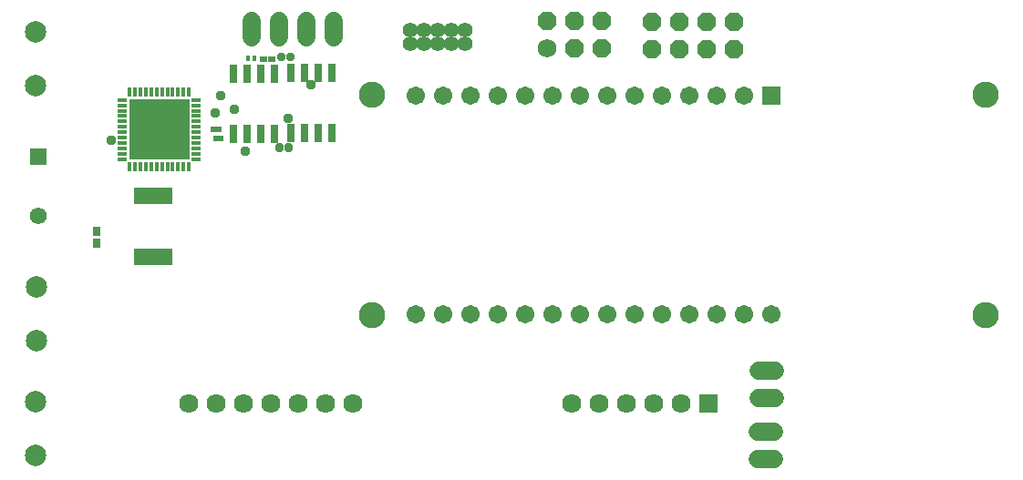
<source format=gbr>
G04 EAGLE Gerber RS-274X export*
G75*
%MOMM*%
%FSLAX34Y34*%
%LPD*%
%INSoldermask Top*%
%IPPOS*%
%AMOC8*
5,1,8,0,0,1.08239X$1,22.5*%
G01*
%ADD10C,1.727200*%
%ADD11P,1.869504X8X22.500000*%
%ADD12P,1.869504X8X202.500000*%
%ADD13C,1.727200*%
%ADD14R,0.711200X1.727200*%
%ADD15R,1.711200X1.711200*%
%ADD16C,1.711200*%
%ADD17C,2.453200*%
%ADD18R,0.402400X0.908000*%
%ADD19R,0.908000X0.402400*%
%ADD20R,5.703200X5.703200*%
%ADD21C,1.793200*%
%ADD22R,1.793200X1.793200*%
%ADD23C,1.993900*%
%ADD24R,0.762000X0.914400*%
%ADD25R,0.493200X0.503200*%
%ADD26R,0.453200X0.503200*%
%ADD27R,0.703200X0.503200*%
%ADD28C,1.422400*%
%ADD29R,3.657600X1.600200*%
%ADD30C,0.490509*%
%ADD31R,1.574800X1.574800*%
%ADD32C,1.574800*%
%ADD33C,0.959600*%


D10*
X579800Y480200D03*
D11*
X605200Y480200D03*
X630600Y480200D03*
X579800Y505600D03*
X605200Y505600D03*
X630600Y505600D03*
D12*
X753400Y505190D03*
X728000Y505190D03*
X702600Y505190D03*
X677200Y505190D03*
X753400Y479790D03*
X728000Y479790D03*
X702600Y479790D03*
X677200Y479790D03*
D13*
X305530Y490460D02*
X305530Y505700D01*
X330930Y505700D02*
X330930Y490460D01*
X356330Y490460D02*
X356330Y505700D01*
X381730Y505700D02*
X381730Y490460D01*
D14*
X289180Y401290D03*
X301880Y401290D03*
X314580Y401290D03*
X327280Y401290D03*
X289180Y457170D03*
X301880Y457170D03*
X314580Y457170D03*
X327280Y457170D03*
D15*
X788652Y436600D03*
D16*
X763252Y436600D03*
X737852Y436600D03*
X712452Y436600D03*
X687052Y436600D03*
X661652Y436600D03*
X636252Y436600D03*
X610852Y436600D03*
X585452Y436600D03*
X560052Y436600D03*
X534652Y436600D03*
X509252Y436600D03*
X483852Y436600D03*
X458452Y436600D03*
X458452Y233400D03*
X483852Y233400D03*
X509252Y233400D03*
X534652Y233400D03*
X560052Y233400D03*
X585452Y233400D03*
X610852Y233400D03*
X636252Y233400D03*
X661652Y233400D03*
X687052Y233400D03*
X712452Y233400D03*
X737852Y233400D03*
X763252Y233400D03*
X788652Y233400D03*
D17*
X987500Y437500D03*
X987500Y232500D03*
X417500Y232500D03*
X417500Y437500D03*
D14*
X342140Y402060D03*
X354840Y402060D03*
X367540Y402060D03*
X380240Y402060D03*
X342140Y457940D03*
X354840Y457940D03*
X367540Y457940D03*
X380240Y457940D03*
D18*
X247500Y439524D03*
X242500Y439524D03*
X237500Y439524D03*
X232500Y439524D03*
X227500Y439524D03*
X222500Y439524D03*
X217500Y439524D03*
X212500Y439524D03*
X207500Y439524D03*
X202500Y439524D03*
X197500Y439524D03*
X192500Y439524D03*
D19*
X185476Y432500D03*
X185476Y427500D03*
X185476Y422500D03*
X185476Y417500D03*
X185476Y412500D03*
X185476Y407500D03*
X185476Y402500D03*
X185476Y397500D03*
X185476Y392500D03*
X185476Y387500D03*
X185476Y382500D03*
X185476Y377500D03*
D18*
X192500Y370476D03*
X197500Y370476D03*
X202500Y370476D03*
X207500Y370476D03*
X212500Y370476D03*
X217500Y370476D03*
X222500Y370476D03*
X227500Y370476D03*
X232500Y370476D03*
X237500Y370476D03*
X242500Y370476D03*
X247500Y370476D03*
D19*
X254524Y377500D03*
X254524Y382500D03*
X254524Y387500D03*
X254524Y392500D03*
X254524Y397500D03*
X254524Y402500D03*
X254524Y407500D03*
X254524Y412500D03*
X254524Y417500D03*
X254524Y422500D03*
X254524Y427500D03*
X254524Y432500D03*
D20*
X220000Y405000D03*
D21*
X247400Y150000D03*
X272800Y150000D03*
X298200Y150000D03*
X323600Y150000D03*
X349000Y150000D03*
X374400Y150000D03*
X399800Y150000D03*
X628400Y150000D03*
X603000Y150000D03*
X653800Y150000D03*
X679200Y150000D03*
X704600Y150000D03*
D22*
X730000Y150000D03*
D23*
X106110Y258730D03*
X106110Y208692D03*
X105430Y152420D03*
X105430Y102382D03*
X104710Y495600D03*
X104710Y445562D03*
D24*
X162000Y299586D03*
X162000Y310000D03*
D25*
X274900Y405570D03*
X270460Y405570D03*
D26*
X302390Y470870D03*
X308390Y470870D03*
D27*
X316730Y470780D03*
X324730Y470780D03*
D28*
X503810Y497490D03*
X503810Y484790D03*
X491110Y497490D03*
X491110Y484790D03*
X478410Y497490D03*
X478410Y484790D03*
X465710Y497490D03*
X465710Y484790D03*
X453010Y497490D03*
X453010Y484790D03*
D29*
X214030Y286489D03*
X214030Y343131D03*
D30*
X338586Y386546D02*
X338586Y389674D01*
X341114Y389674D01*
X341114Y386546D01*
X338586Y386546D01*
X329986Y386546D02*
X329986Y389674D01*
X332514Y389674D01*
X332514Y386546D01*
X329986Y386546D01*
X334244Y470836D02*
X334244Y473964D01*
X334244Y470836D02*
X331716Y470836D01*
X331716Y473964D01*
X334244Y473964D01*
X342844Y473964D02*
X342844Y470836D01*
X340316Y470836D01*
X340316Y473964D01*
X342844Y473964D01*
D13*
X776330Y155460D02*
X791570Y155460D01*
X791570Y180860D02*
X776330Y180860D01*
X776110Y123890D02*
X791350Y123890D01*
X791350Y98490D02*
X776110Y98490D01*
D31*
X107300Y379840D03*
D32*
X107300Y324722D03*
D25*
X272590Y396320D03*
X277030Y396320D03*
D33*
X340000Y415000D03*
X361188Y446532D03*
X289560Y423672D03*
X300000Y385000D03*
X271780Y420370D03*
X276860Y436880D03*
X175000Y395000D03*
M02*

</source>
